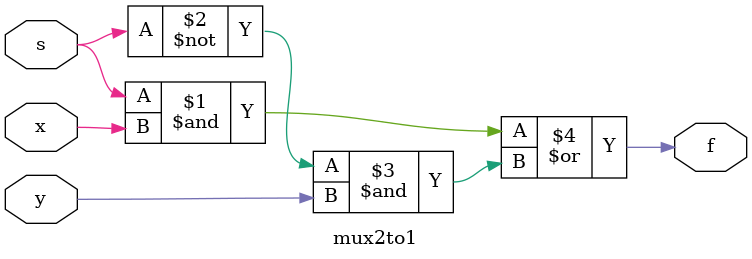
<source format=v>
module mux2to1(input x, y, s, output f);
  assign f = (s&x)|(~s&y);
endmodule

</source>
